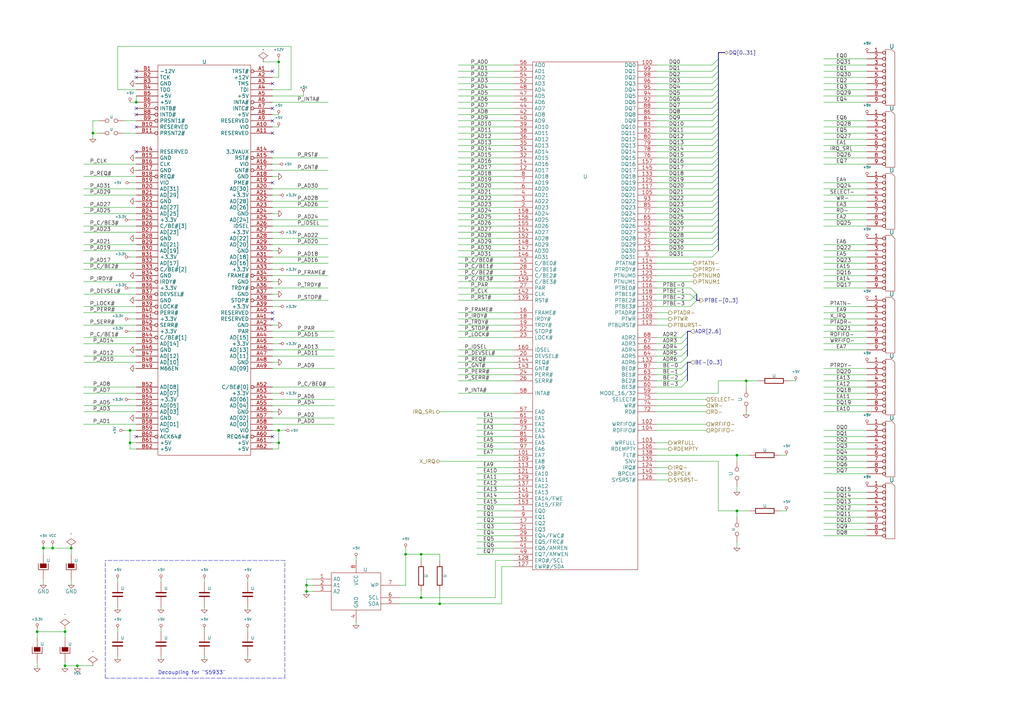
<source format=kicad_sch>
(kicad_sch (version 20220822) (generator eeschema)
  (paper "A3")
  (title_block (title "Video") (date "Sun 22 Mar 2015") (rev "2.0B") (company "Kicad EDA") (comment 1 "Interface Bus PCI"))
  (junction (at 26.67 273.05) (diameter 0.9144))
  (junction (at 125.73 242.57) (diameter 0.9144))
  (junction (at 302.26 209.55) (diameter 0.9144))
  (junction (at 114.3 25.4) (diameter 0.9144))
  (junction (at 38.1 54.61) (diameter 0.9144))
  (junction (at 180.34 247.65) (diameter 0.9144))
  (junction (at 31.75 273.05) (diameter 0.9144))
  (junction (at 53.34 181.61) (diameter 0.9144))
  (junction (at 29.21 224.79) (diameter 0.9144))
  (junction (at 114.3 181.61) (diameter 0.9144))
  (junction (at 302.26 186.69) (diameter 0.9144))
  (junction (at 172.72 227.33) (diameter 0.9144))
  (junction (at 26.67 259.08) (diameter 0.9144))
  (junction (at 55.88 41.91) (diameter 0.9144))
  (junction (at 17.78 224.79) (diameter 0.9144))
  (junction (at 53.34 176.53) (diameter 0.9144))
  (junction (at 166.37 227.33) (diameter 0.9144))
  (junction (at 306.07 156.21) (diameter 0.9144))
  (junction (at 125.73 240.03) (diameter 0.9144))
  (junction (at 114.3 176.53) (diameter 0.9144))
  (junction (at 15.24 259.08) (diameter 0.9144))
  (junction (at 21.59 224.79) (diameter 0.9144))
  (junction (at 172.72 245.11) (diameter 0.9144))
  (no_connect (at 55.88 44.45))
  (no_connect (at 55.88 52.07))
  (no_connect (at 111.76 54.61))
  (no_connect (at 111.76 62.23))
  (no_connect (at 111.76 49.53))
  (no_connect (at 111.76 44.45))
  (no_connect (at 111.76 34.29))
  (no_connect (at 111.76 29.21))
  (no_connect (at 111.76 128.27))
  (no_connect (at 111.76 74.93))
  (no_connect (at 55.88 62.23))
  (no_connect (at 55.88 31.75))
  (no_connect (at 55.88 179.07))
  (no_connect (at 55.88 46.99))
  (no_connect (at 111.76 179.07))
  (no_connect (at 111.76 130.81))
  (no_connect (at 55.88 29.21))
  (bus_entry (at 279.4 146.05) (size 2.54 -2.54) (stroke (width 0.1524)))
  (bus_entry (at 292.1 77.47) (size 2.54 -2.54) (stroke (width 0.1524)))
  (bus_entry (at 292.1 29.21) (size 2.54 -2.54) (stroke (width 0.1524)))
  (bus_entry (at 292.1 62.23) (size 2.54 -2.54) (stroke (width 0.1524)))
  (bus_entry (at 292.1 87.63) (size 2.54 -2.54) (stroke (width 0.1524)))
  (bus_entry (at 292.1 26.67) (size 2.54 -2.54) (stroke (width 0.1524)))
  (bus_entry (at 292.1 80.01) (size 2.54 -2.54) (stroke (width 0.1524)))
  (bus_entry (at 292.1 39.37) (size 2.54 -2.54) (stroke (width 0.1524)))
  (bus_entry (at 292.1 49.53) (size 2.54 -2.54) (stroke (width 0.1524)))
  (bus_entry (at 292.1 102.87) (size 2.54 -2.54) (stroke (width 0.1524)))
  (bus_entry (at 292.1 36.83) (size 2.54 -2.54) (stroke (width 0.1524)))
  (bus_entry (at 279.4 148.59) (size 2.54 -2.54) (stroke (width 0.1524)))
  (bus_entry (at 283.21 120.65) (size 2.54 2.54) (stroke (width 0.1524)))
  (bus_entry (at 292.1 52.07) (size 2.54 -2.54) (stroke (width 0.1524)))
  (bus_entry (at 279.4 140.97) (size 2.54 -2.54) (stroke (width 0.1524)))
  (bus_entry (at 292.1 34.29) (size 2.54 -2.54) (stroke (width 0.1524)))
  (bus_entry (at 292.1 82.55) (size 2.54 -2.54) (stroke (width 0.1524)))
  (bus_entry (at 292.1 46.99) (size 2.54 -2.54) (stroke (width 0.1524)))
  (bus_entry (at 279.4 151.13) (size 2.54 -2.54) (stroke (width 0.1524)))
  (bus_entry (at 283.21 118.11) (size 2.54 2.54) (stroke (width 0.1524)))
  (bus_entry (at 292.1 85.09) (size 2.54 -2.54) (stroke (width 0.1524)))
  (bus_entry (at 279.4 156.21) (size 2.54 -2.54) (stroke (width 0.1524)))
  (bus_entry (at 292.1 67.31) (size 2.54 -2.54) (stroke (width 0.1524)))
  (bus_entry (at 292.1 95.25) (size 2.54 -2.54) (stroke (width 0.1524)))
  (bus_entry (at 292.1 41.91) (size 2.54 -2.54) (stroke (width 0.1524)))
  (bus_entry (at 292.1 74.93) (size 2.54 -2.54) (stroke (width 0.1524)))
  (bus_entry (at 283.21 123.19) (size 2.54 -2.54) (stroke (width 0.1524)))
  (bus_entry (at 292.1 64.77) (size 2.54 -2.54) (stroke (width 0.1524)))
  (bus_entry (at 292.1 92.71) (size 2.54 -2.54) (stroke (width 0.1524)))
  (bus_entry (at 292.1 69.85) (size 2.54 -2.54) (stroke (width 0.1524)))
  (bus_entry (at 279.4 153.67) (size 2.54 -2.54) (stroke (width 0.1524)))
  (bus_entry (at 283.21 125.73) (size 2.54 -2.54) (stroke (width 0.1524)))
  (bus_entry (at 292.1 54.61) (size 2.54 -2.54) (stroke (width 0.1524)))
  (bus_entry (at 279.4 138.43) (size 2.54 -2.54) (stroke (width 0.1524)))
  (bus_entry (at 292.1 105.41) (size 2.54 -2.54) (stroke (width 0.1524)))
  (bus_entry (at 292.1 31.75) (size 2.54 -2.54) (stroke (width 0.1524)))
  (bus_entry (at 292.1 59.69) (size 2.54 -2.54) (stroke (width 0.1524)))
  (bus_entry (at 292.1 57.15) (size 2.54 -2.54) (stroke (width 0.1524)))
  (bus_entry (at 292.1 72.39) (size 2.54 -2.54) (stroke (width 0.1524)))
  (bus_entry (at 292.1 100.33) (size 2.54 -2.54) (stroke (width 0.1524)))
  (bus_entry (at 279.4 143.51) (size 2.54 -2.54) (stroke (width 0.1524)))
  (bus_entry (at 279.4 158.75) (size 2.54 -2.54) (stroke (width 0.1524)))
  (bus_entry (at 292.1 90.17) (size 2.54 -2.54) (stroke (width 0.1524)))
  (bus_entry (at 292.1 44.45) (size 2.54 -2.54) (stroke (width 0.1524)))
  (bus_entry (at 292.1 97.79) (size 2.54 -2.54) (stroke (width 0.1524)))
  (wire (pts (xy 337.82 189.23) (xy 355.6 189.23)))
  (wire (pts (xy 269.24 151.13) (xy 279.4 151.13)))
  (wire (pts (xy 337.82 138.43) (xy 355.6 138.43)))
  (wire (pts (xy 111.76 151.13) (xy 137.16 151.13)))
  (wire (pts (xy 269.24 173.99) (xy 289.56 173.99)))
  (wire (pts (xy 40.64 49.53) (xy 38.1 49.53)))
  (wire (pts (xy 48.26 248.92) (xy 48.26 250.19)))
  (wire (pts (xy 269.24 189.23) (xy 294.64 189.23)))
  (wire (pts (xy 195.58 191.77) (xy 210.82 191.77)))
  (wire (pts (xy 34.29 120.65) (xy 55.88 120.65)))
  (wire (pts (xy 114.3 24.13) (xy 114.3 25.4)))
  (wire (pts (xy 269.24 196.85) (xy 274.32 196.85)))
  (wire (pts (xy 187.96 80.01) (xy 210.82 80.01)))
  (wire (pts (xy 269.24 72.39) (xy 292.1 72.39)))
  (wire (pts (xy 337.82 179.07) (xy 355.6 179.07)))
  (bus (pts (xy 294.64 21.59) (xy 294.64 24.13)))
  (wire (pts (xy 29.21 237.49) (xy 29.21 240.03)))
  (wire (pts (xy 38.1 54.61) (xy 40.64 54.61)))
  (wire (pts (xy 203.2 245.11) (xy 203.2 229.87)))
  (wire (pts (xy 337.82 85.09) (xy 355.6 85.09)))
  (wire (pts (xy 337.82 52.07) (xy 355.6 52.07)))
  (wire (pts (xy 187.96 62.23) (xy 210.82 62.23)))
  (wire (pts (xy 17.78 224.79) (xy 17.78 227.33)))
  (wire (pts (xy 111.76 69.85) (xy 134.62 69.85)))
  (wire (pts (xy 111.76 41.91) (xy 134.62 41.91)))
  (wire (pts (xy 34.29 148.59) (xy 55.88 148.59)))
  (wire (pts (xy 26.67 259.08) (xy 26.67 261.62)))
  (wire (pts (xy 195.58 219.71) (xy 210.82 219.71)))
  (wire (pts (xy 111.76 72.39) (xy 114.3 72.39)))
  (wire (pts (xy 269.24 29.21) (xy 292.1 29.21)))
  (bus (pts (xy 281.94 148.59) (xy 281.94 151.13)))
  (wire (pts (xy 125.73 237.49) (xy 125.73 240.03)))
  (wire (pts (xy 302.26 186.69) (xy 307.34 186.69)))
  (wire (pts (xy 337.82 92.71) (xy 355.6 92.71)))
  (wire (pts (xy 195.58 196.85) (xy 210.82 196.85)))
  (wire (pts (xy 83.82 237.49) (xy 83.82 238.76)))
  (wire (pts (xy 337.82 204.47) (xy 355.6 204.47)))
  (wire (pts (xy 50.8 49.53) (xy 55.88 49.53)))
  (wire (pts (xy 111.76 100.33) (xy 134.62 100.33)))
  (bus (pts (xy 294.64 24.13) (xy 294.64 26.67)))
  (wire (pts (xy 34.29 115.57) (xy 55.88 115.57)))
  (wire (pts (xy 54.61 171.45) (xy 55.88 171.45)))
  (wire (pts (xy 107.95 25.4) (xy 114.3 25.4)))
  (wire (pts (xy 166.37 227.33) (xy 166.37 240.03)))
  (wire (pts (xy 337.82 57.15) (xy 355.6 57.15)))
  (wire (pts (xy 269.24 62.23) (xy 292.1 62.23)))
  (wire (pts (xy 34.29 72.39) (xy 55.88 72.39)))
  (wire (pts (xy 34.29 146.05) (xy 55.88 146.05)))
  (wire (pts (xy 187.96 54.61) (xy 210.82 54.61)))
  (wire (pts (xy 111.76 181.61) (xy 114.3 181.61)))
  (wire (pts (xy 101.6 257.81) (xy 101.6 259.08)))
  (wire (pts (xy 187.96 31.75) (xy 210.82 31.75)))
  (wire (pts (xy 187.96 113.03) (xy 210.82 113.03)))
  (wire (pts (xy 180.34 247.65) (xy 205.74 247.65)))
  (wire (pts (xy 187.96 105.41) (xy 210.82 105.41)))
  (wire (pts (xy 337.82 207.01) (xy 355.6 207.01)))
  (bus (pts (xy 294.64 34.29) (xy 294.64 36.83)))
  (wire (pts (xy 53.34 135.89) (xy 55.88 135.89)))
  (wire (pts (xy 302.26 199.39) (xy 302.26 201.93)))
  (wire (pts (xy 195.58 176.53) (xy 210.82 176.53)))
  (wire (pts (xy 187.96 64.77) (xy 210.82 64.77)))
  (wire (pts (xy 54.61 97.79) (xy 55.88 97.79)))
  (wire (pts (xy 111.76 80.01) (xy 114.3 80.01)))
  (wire (pts (xy 337.82 153.67) (xy 355.6 153.67)))
  (wire (pts (xy 337.82 59.69) (xy 355.6 59.69)))
  (wire (pts (xy 337.82 133.35) (xy 355.6 133.35)))
  (wire (pts (xy 337.82 143.51) (xy 355.6 143.51)))
  (wire (pts (xy 66.04 250.19) (xy 66.04 248.92)))
  (wire (pts (xy 55.88 151.13) (xy 54.61 151.13)))
  (wire (pts (xy 172.72 227.33) (xy 180.34 227.33)))
  (wire (pts (xy 111.76 36.83) (xy 119.38 36.83)))
  (wire (pts (xy 187.96 115.57) (xy 210.82 115.57)))
  (wire (pts (xy 187.96 52.07) (xy 210.82 52.07)))
  (wire (pts (xy 55.88 123.19) (xy 54.61 123.19)))
  (wire (pts (xy 34.29 138.43) (xy 55.88 138.43)))
  (wire (pts (xy 111.76 163.83) (xy 137.16 163.83)))
  (wire (pts (xy 269.24 181.61) (xy 274.32 181.61)))
  (wire (pts (xy 269.24 100.33) (xy 292.1 100.33)))
  (wire (pts (xy 337.82 191.77) (xy 355.6 191.77)))
  (bus (pts (xy 294.64 80.01) (xy 294.64 82.55)))
  (wire (pts (xy 195.58 201.93) (xy 210.82 201.93)))
  (wire (pts (xy 187.96 156.21) (xy 210.82 156.21)))
  (wire (pts (xy 66.04 257.81) (xy 66.04 259.08)))
  (bus (pts (xy 294.64 44.45) (xy 294.64 46.99)))
  (wire (pts (xy 111.76 123.19) (xy 134.62 123.19)))
  (wire (pts (xy 111.76 85.09) (xy 134.62 85.09)))
  (wire (pts (xy 294.64 161.29) (xy 294.64 156.21)))
  (wire (pts (xy 163.83 247.65) (xy 180.34 247.65)))
  (wire (pts (xy 21.59 223.52) (xy 21.59 224.79)))
  (polyline (pts (xy 43.18 278.13) (xy 116.84 278.13)) (stroke (width 0) (type dash)))
  (wire (pts (xy 337.82 41.91) (xy 355.6 41.91)))
  (wire (pts (xy 337.82 110.49) (xy 355.6 110.49)))
  (wire (pts (xy 337.82 135.89) (xy 355.6 135.89)))
  (wire (pts (xy 26.67 273.05) (xy 31.75 273.05)))
  (wire (pts (xy 55.88 39.37) (xy 55.88 41.91)))
  (wire (pts (xy 34.29 110.49) (xy 55.88 110.49)))
  (wire (pts (xy 306.07 156.21) (xy 311.15 156.21)))
  (wire (pts (xy 269.24 82.55) (xy 292.1 82.55)))
  (wire (pts (xy 53.34 130.81) (xy 55.88 130.81)))
  (wire (pts (xy 111.76 52.07) (xy 114.3 52.07)))
  (wire (pts (xy 187.96 123.19) (xy 210.82 123.19)))
  (wire (pts (xy 21.59 224.79) (xy 29.21 224.79)))
  (wire (pts (xy 111.76 118.11) (xy 134.62 118.11)))
  (wire (pts (xy 210.82 229.87) (xy 203.2 229.87)))
  (wire (pts (xy 111.76 95.25) (xy 114.3 95.25)))
  (wire (pts (xy 125.73 240.03) (xy 125.73 242.57)))
  (wire (pts (xy 166.37 224.79) (xy 166.37 227.33)))
  (wire (pts (xy 323.85 156.21) (xy 326.39 156.21)))
  (bus (pts (xy 281.94 143.51) (xy 281.94 146.05)))
  (wire (pts (xy 269.24 128.27) (xy 274.32 128.27)))
  (wire (pts (xy 337.82 82.55) (xy 355.6 82.55)))
  (wire (pts (xy 111.76 138.43) (xy 137.16 138.43)))
  (wire (pts (xy 111.76 115.57) (xy 114.3 115.57)))
  (wire (pts (xy 34.29 95.25) (xy 55.88 95.25)))
  (wire (pts (xy 34.29 161.29) (xy 55.88 161.29)))
  (wire (pts (xy 337.82 49.53) (xy 355.6 49.53)))
  (wire (pts (xy 34.29 102.87) (xy 55.88 102.87)))
  (wire (pts (xy 111.76 87.63) (xy 114.3 87.63)))
  (wire (pts (xy 269.24 59.69) (xy 292.1 59.69)))
  (wire (pts (xy 269.24 107.95) (xy 284.48 107.95)))
  (wire (pts (xy 337.82 64.77) (xy 355.6 64.77)))
  (wire (pts (xy 48.26 19.05) (xy 119.38 19.05)))
  (wire (pts (xy 269.24 140.97) (xy 279.4 140.97)))
  (wire (pts (xy 269.24 148.59) (xy 279.4 148.59)))
  (bus (pts (xy 294.64 77.47) (xy 294.64 80.01)))
  (wire (pts (xy 269.24 54.61) (xy 292.1 54.61)))
  (bus (pts (xy 287.02 123.19) (xy 285.75 123.19)))
  (wire (pts (xy 302.26 186.69) (xy 302.26 189.23)))
  (wire (pts (xy 187.96 59.69) (xy 210.82 59.69)))
  (wire (pts (xy 269.24 168.91) (xy 289.56 168.91)))
  (wire (pts (xy 337.82 156.21) (xy 355.6 156.21)))
  (wire (pts (xy 195.58 224.79) (xy 210.82 224.79)))
  (wire (pts (xy 111.76 173.99) (xy 137.16 173.99)))
  (bus (pts (xy 294.64 90.17) (xy 294.64 92.71)))
  (wire (pts (xy 114.3 176.53) (xy 114.3 181.61)))
  (wire (pts (xy 269.24 118.11) (xy 283.21 118.11)))
  (wire (pts (xy 187.96 130.81) (xy 210.82 130.81)))
  (wire (pts (xy 34.29 168.91) (xy 55.88 168.91)))
  (wire (pts (xy 187.96 100.33) (xy 210.82 100.33)))
  (wire (pts (xy 302.26 222.25) (xy 302.26 224.79)))
  (wire (pts (xy 34.29 100.33) (xy 55.88 100.33)))
  (wire (pts (xy 111.76 46.99) (xy 114.3 46.99)))
  (wire (pts (xy 269.24 77.47) (xy 292.1 77.47)))
  (wire (pts (xy 269.24 67.31) (xy 292.1 67.31)))
  (wire (pts (xy 195.58 204.47) (xy 210.82 204.47)))
  (wire (pts (xy 55.88 34.29) (xy 54.61 34.29)))
  (bus (pts (xy 294.64 85.09) (xy 294.64 87.63)))
  (wire (pts (xy 34.29 107.95) (xy 55.88 107.95)))
  (wire (pts (xy 187.96 29.21) (xy 210.82 29.21)))
  (wire (pts (xy 187.96 85.09) (xy 210.82 85.09)))
  (wire (pts (xy 53.34 184.15) (xy 55.88 184.15)))
  (wire (pts (xy 269.24 57.15) (xy 292.1 57.15)))
  (wire (pts (xy 34.29 140.97) (xy 55.88 140.97)))
  (wire (pts (xy 111.76 82.55) (xy 134.62 82.55)))
  (wire (pts (xy 269.24 87.63) (xy 292.1 87.63)))
  (wire (pts (xy 48.26 269.24) (xy 48.26 270.51)))
  (wire (pts (xy 125.73 242.57) (xy 125.73 243.84)))
  (wire (pts (xy 187.96 49.53) (xy 210.82 49.53)))
  (wire (pts (xy 337.82 214.63) (xy 355.6 214.63)))
  (wire (pts (xy 53.34 118.11) (xy 55.88 118.11)))
  (wire (pts (xy 111.76 113.03) (xy 134.62 113.03)))
  (wire (pts (xy 54.61 82.55) (xy 55.88 82.55)))
  (bus (pts (xy 294.64 54.61) (xy 294.64 57.15)))
  (wire (pts (xy 269.24 138.43) (xy 279.4 138.43)))
  (wire (pts (xy 269.24 163.83) (xy 289.56 163.83)))
  (wire (pts (xy 125.73 237.49) (xy 128.27 237.49)))
  (wire (pts (xy 187.96 97.79) (xy 210.82 97.79)))
  (wire (pts (xy 205.74 247.65) (xy 205.74 232.41)))
  (wire (pts (xy 187.96 146.05) (xy 210.82 146.05)))
  (wire (pts (xy 210.82 232.41) (xy 205.74 232.41)))
  (wire (pts (xy 195.58 179.07) (xy 210.82 179.07)))
  (bus (pts (xy 294.64 82.55) (xy 294.64 85.09)))
  (wire (pts (xy 66.04 238.76) (xy 66.04 237.49)))
  (wire (pts (xy 269.24 64.77) (xy 292.1 64.77)))
  (wire (pts (xy 187.96 26.67) (xy 210.82 26.67)))
  (wire (pts (xy 187.96 44.45) (xy 210.82 44.45)))
  (wire (pts (xy 269.24 36.83) (xy 292.1 36.83)))
  (wire (pts (xy 111.76 67.31) (xy 114.3 67.31)))
  (wire (pts (xy 187.96 128.27) (xy 210.82 128.27)))
  (wire (pts (xy 337.82 67.31) (xy 355.6 67.31)))
  (bus (pts (xy 294.64 52.07) (xy 294.64 54.61)))
  (wire (pts (xy 111.76 102.87) (xy 114.3 102.87)))
  (wire (pts (xy 337.82 125.73) (xy 355.6 125.73)))
  (wire (pts (xy 187.96 87.63) (xy 210.82 87.63)))
  (wire (pts (xy 111.76 176.53) (xy 114.3 176.53)))
  (wire (pts (xy 50.8 176.53) (xy 53.34 176.53)))
  (wire (pts (xy 180.34 189.23) (xy 210.82 189.23)))
  (wire (pts (xy 187.96 138.43) (xy 210.82 138.43)))
  (wire (pts (xy 187.96 110.49) (xy 210.82 110.49)))
  (wire (pts (xy 187.96 72.39) (xy 210.82 72.39)))
  (wire (pts (xy 195.58 171.45) (xy 210.82 171.45)))
  (wire (pts (xy 337.82 163.83) (xy 355.6 163.83)))
  (wire (pts (xy 269.24 191.77) (xy 274.32 191.77)))
  (wire (pts (xy 269.24 161.29) (xy 294.64 161.29)))
  (bus (pts (xy 294.64 57.15) (xy 294.64 59.69)))
  (wire (pts (xy 34.29 133.35) (xy 55.88 133.35)))
  (wire (pts (xy 187.96 143.51) (xy 210.82 143.51)))
  (wire (pts (xy 101.6 237.49) (xy 101.6 238.76)))
  (wire (pts (xy 195.58 222.25) (xy 210.82 222.25)))
  (wire (pts (xy 320.04 209.55) (xy 322.58 209.55)))
  (wire (pts (xy 269.24 41.91) (xy 292.1 41.91)))
  (wire (pts (xy 187.96 74.93) (xy 210.82 74.93)))
  (wire (pts (xy 55.88 113.03) (xy 54.61 113.03)))
  (wire (pts (xy 111.76 133.35) (xy 114.3 133.35)))
  (wire (pts (xy 172.72 227.33) (xy 172.72 229.87)))
  (wire (pts (xy 269.24 92.71) (xy 292.1 92.71)))
  (wire (pts (xy 195.58 181.61) (xy 210.82 181.61)))
  (wire (pts (xy 166.37 240.03) (xy 163.83 240.03)))
  (wire (pts (xy 187.96 148.59) (xy 210.82 148.59)))
  (wire (pts (xy 195.58 186.69) (xy 210.82 186.69)))
  (wire (pts (xy 55.88 36.83) (xy 48.26 36.83)))
  (wire (pts (xy 187.96 95.25) (xy 210.82 95.25)))
  (wire (pts (xy 54.61 143.51) (xy 55.88 143.51)))
  (wire (pts (xy 269.24 194.31) (xy 274.32 194.31)))
  (wire (pts (xy 34.29 173.99) (xy 55.88 173.99)))
  (wire (pts (xy 269.24 123.19) (xy 283.21 123.19)))
  (bus (pts (xy 294.64 67.31) (xy 294.64 69.85)))
  (wire (pts (xy 53.34 74.93) (xy 55.88 74.93)))
  (wire (pts (xy 187.96 46.99) (xy 210.82 46.99)))
  (wire (pts (xy 337.82 140.97) (xy 355.6 140.97)))
  (bus (pts (xy 294.64 31.75) (xy 294.64 34.29)))
  (bus (pts (xy 294.64 92.71) (xy 294.64 95.25)))
  (bus (pts (xy 281.94 148.59) (xy 283.21 148.59)))
  (wire (pts (xy 53.34 105.41) (xy 55.88 105.41)))
  (wire (pts (xy 180.34 227.33) (xy 180.34 229.87)))
  (wire (pts (xy 101.6 269.24) (xy 101.6 270.51)))
  (wire (pts (xy 111.76 92.71) (xy 134.62 92.71)))
  (wire (pts (xy 195.58 184.15) (xy 210.82 184.15)))
  (wire (pts (xy 269.24 97.79) (xy 292.1 97.79)))
  (wire (pts (xy 269.24 34.29) (xy 292.1 34.29)))
  (wire (pts (xy 195.58 207.01) (xy 210.82 207.01)))
  (wire (pts (xy 195.58 217.17) (xy 210.82 217.17)))
  (bus (pts (xy 281.94 140.97) (xy 281.94 143.51)))
  (wire (pts (xy 48.26 257.81) (xy 48.26 259.08)))
  (bus (pts (xy 294.64 49.53) (xy 294.64 52.07)))
  (wire (pts (xy 337.82 161.29) (xy 355.6 161.29)))
  (wire (pts (xy 15.24 257.81) (xy 15.24 259.08)))
  (wire (pts (xy 195.58 199.39) (xy 210.82 199.39)))
  (wire (pts (xy 195.58 214.63) (xy 210.82 214.63)))
  (wire (pts (xy 269.24 39.37) (xy 292.1 39.37)))
  (wire (pts (xy 337.82 31.75) (xy 355.6 31.75)))
  (wire (pts (xy 26.67 273.05) (xy 26.67 274.32)))
  (wire (pts (xy 31.75 273.05) (xy 31.75 274.32)))
  (wire (pts (xy 269.24 166.37) (xy 289.56 166.37)))
  (wire (pts (xy 306.07 156.21) (xy 306.07 158.75)))
  (wire (pts (xy 269.24 69.85) (xy 292.1 69.85)))
  (wire (pts (xy 269.24 95.25) (xy 292.1 95.25)))
  (bus (pts (xy 294.64 72.39) (xy 294.64 74.93)))
  (wire (pts (xy 111.76 171.45) (xy 137.16 171.45)))
  (wire (pts (xy 111.76 158.75) (xy 137.16 158.75)))
  (wire (pts (xy 269.24 44.45) (xy 292.1 44.45)))
  (wire (pts (xy 269.24 153.67) (xy 279.4 153.67)))
  (wire (pts (xy 83.82 250.19) (xy 83.82 248.92)))
  (wire (pts (xy 166.37 227.33) (xy 172.72 227.33)))
  (wire (pts (xy 337.82 24.13) (xy 355.6 24.13)))
  (bus (pts (xy 294.64 36.83) (xy 294.64 39.37)))
  (bus (pts (xy 285.75 123.19) (xy 285.75 120.65)))
  (wire (pts (xy 187.96 41.91) (xy 210.82 41.91)))
  (wire (pts (xy 34.29 77.47) (xy 55.88 77.47)))
  (bus (pts (xy 294.64 29.21) (xy 294.64 31.75)))
  (wire (pts (xy 187.96 39.37) (xy 210.82 39.37)))
  (bus (pts (xy 294.64 64.77) (xy 294.64 67.31)))
  (wire (pts (xy 187.96 34.29) (xy 210.82 34.29)))
  (bus (pts (xy 294.64 97.79) (xy 294.64 100.33)))
  (wire (pts (xy 111.76 143.51) (xy 137.16 143.51)))
  (wire (pts (xy 180.34 168.91) (xy 210.82 168.91)))
  (bus (pts (xy 294.64 87.63) (xy 294.64 90.17)))
  (bus (pts (xy 281.94 151.13) (xy 281.94 153.67)))
  (wire (pts (xy 15.24 259.08) (xy 26.67 259.08)))
  (wire (pts (xy 269.24 158.75) (xy 279.4 158.75)))
  (wire (pts (xy 187.96 92.71) (xy 210.82 92.71)))
  (wire (pts (xy 146.05 228.6) (xy 146.05 229.87)))
  (wire (pts (xy 294.64 189.23) (xy 294.64 209.55)))
  (wire (pts (xy 187.96 67.31) (xy 210.82 67.31)))
  (wire (pts (xy 269.24 130.81) (xy 274.32 130.81)))
  (wire (pts (xy 337.82 107.95) (xy 355.6 107.95)))
  (wire (pts (xy 337.82 158.75) (xy 355.6 158.75)))
  (wire (pts (xy 15.24 271.78) (xy 15.24 274.32)))
  (wire (pts (xy 269.24 90.17) (xy 292.1 90.17)))
  (wire (pts (xy 34.29 158.75) (xy 55.88 158.75)))
  (wire (pts (xy 114.3 25.4) (xy 114.3 31.75)))
  (wire (pts (xy 111.76 39.37) (xy 124.46 39.37)))
  (wire (pts (xy 337.82 194.31) (xy 355.6 194.31)))
  (bus (pts (xy 281.94 153.67) (xy 281.94 156.21)))
  (wire (pts (xy 337.82 100.33) (xy 355.6 100.33)))
  (wire (pts (xy 111.76 64.77) (xy 134.62 64.77)))
  (wire (pts (xy 34.29 125.73) (xy 55.88 125.73)))
  (wire (pts (xy 269.24 113.03) (xy 284.48 113.03)))
  (wire (pts (xy 337.82 105.41) (xy 355.6 105.41)))
  (wire (pts (xy 146.05 255.27) (xy 146.05 256.54)))
  (wire (pts (xy 269.24 105.41) (xy 292.1 105.41)))
  (wire (pts (xy 306.07 170.18) (xy 306.07 168.91)))
  (wire (pts (xy 34.29 92.71) (xy 55.88 92.71)))
  (wire (pts (xy 163.83 245.11) (xy 172.72 245.11)))
  (wire (pts (xy 269.24 26.67) (xy 292.1 26.67)))
  (wire (pts (xy 34.29 80.01) (xy 55.88 80.01)))
  (wire (pts (xy 119.38 36.83) (xy 119.38 19.05)))
  (wire (pts (xy 53.34 176.53) (xy 53.34 181.61)))
  (wire (pts (xy 187.96 90.17) (xy 210.82 90.17)))
  (wire (pts (xy 187.96 151.13) (xy 210.82 151.13)))
  (wire (pts (xy 111.76 77.47) (xy 134.62 77.47)))
  (wire (pts (xy 269.24 85.09) (xy 292.1 85.09)))
  (wire (pts (xy 269.24 110.49) (xy 284.48 110.49)))
  (wire (pts (xy 26.67 257.81) (xy 26.67 259.08)))
  (wire (pts (xy 172.72 245.11) (xy 203.2 245.11)))
  (wire (pts (xy 269.24 74.93) (xy 292.1 74.93)))
  (wire (pts (xy 187.96 118.11) (xy 210.82 118.11)))
  (wire (pts (xy 337.82 212.09) (xy 355.6 212.09)))
  (bus (pts (xy 281.94 138.43) (xy 281.94 140.97)))
  (bus (pts (xy 294.64 62.23) (xy 294.64 64.77)))
  (wire (pts (xy 114.3 176.53) (xy 116.84 176.53)))
  (wire (pts (xy 34.29 85.09) (xy 55.88 85.09)))
  (wire (pts (xy 29.21 224.79) (xy 29.21 227.33)))
  (wire (pts (xy 111.76 146.05) (xy 137.16 146.05)))
  (bus (pts (xy 294.64 21.59) (xy 297.18 21.59)))
  (wire (pts (xy 125.73 240.03) (xy 128.27 240.03)))
  (wire (pts (xy 111.76 166.37) (xy 137.16 166.37)))
  (wire (pts (xy 269.24 143.51) (xy 279.4 143.51)))
  (wire (pts (xy 337.82 102.87) (xy 355.6 102.87)))
  (bus (pts (xy 281.94 135.89) (xy 281.94 138.43)))
  (wire (pts (xy 66.04 269.24) (xy 66.04 270.51)))
  (wire (pts (xy 187.96 107.95) (xy 210.82 107.95)))
  (bus (pts (xy 294.64 74.93) (xy 294.64 77.47)))
  (wire (pts (xy 55.88 41.91) (xy 53.34 41.91)))
  (wire (pts (xy 111.76 125.73) (xy 114.3 125.73)))
  (bus (pts (xy 294.64 39.37) (xy 294.64 41.91)))
  (wire (pts (xy 269.24 80.01) (xy 292.1 80.01)))
  (wire (pts (xy 111.76 110.49) (xy 114.3 110.49)))
  (wire (pts (xy 180.34 242.57) (xy 180.34 247.65)))
  (wire (pts (xy 269.24 186.69) (xy 302.26 186.69)))
  (wire (pts (xy 195.58 173.99) (xy 210.82 173.99)))
  (wire (pts (xy 15.24 259.08) (xy 15.24 261.62)))
  (wire (pts (xy 53.34 176.53) (xy 55.88 176.53)))
  (polyline (pts (xy 116.84 229.87) (xy 43.18 229.87)) (stroke (width 0) (type dash)))
  (wire (pts (xy 337.82 29.21) (xy 355.6 29.21)))
  (wire (pts (xy 337.82 62.23) (xy 355.6 62.23)))
  (wire (pts (xy 187.96 120.65) (xy 210.82 120.65)))
  (wire (pts (xy 337.82 128.27) (xy 355.6 128.27)))
  (wire (pts (xy 187.96 102.87) (xy 210.82 102.87)))
  (wire (pts (xy 83.82 269.24) (xy 83.82 270.51)))
  (wire (pts (xy 269.24 156.21) (xy 279.4 156.21)))
  (wire (pts (xy 187.96 135.89) (xy 210.82 135.89)))
  (wire (pts (xy 269.24 133.35) (xy 274.32 133.35)))
  (wire (pts (xy 269.24 102.87) (xy 292.1 102.87)))
  (wire (pts (xy 337.82 166.37) (xy 355.6 166.37)))
  (wire (pts (xy 83.82 259.08) (xy 83.82 257.81)))
  (wire (pts (xy 34.29 166.37) (xy 55.88 166.37)))
  (wire (pts (xy 269.24 52.07) (xy 292.1 52.07)))
  (wire (pts (xy 187.96 153.67) (xy 210.82 153.67)))
  (wire (pts (xy 337.82 74.93) (xy 355.6 74.93)))
  (wire (pts (xy 195.58 209.55) (xy 210.82 209.55)))
  (wire (pts (xy 114.3 184.15) (xy 111.76 184.15)))
  (wire (pts (xy 337.82 113.03) (xy 355.6 113.03)))
  (wire (pts (xy 187.96 57.15) (xy 210.82 57.15)))
  (wire (pts (xy 48.26 36.83) (xy 48.26 19.05)))
  (wire (pts (xy 337.82 118.11) (xy 355.6 118.11)))
  (wire (pts (xy 337.82 39.37) (xy 355.6 39.37)))
  (wire (pts (xy 187.96 69.85) (xy 210.82 69.85)))
  (wire (pts (xy 38.1 49.53) (xy 38.1 54.61)))
  (wire (pts (xy 195.58 212.09) (xy 210.82 212.09)))
  (wire (pts (xy 269.24 146.05) (xy 279.4 146.05)))
  (wire (pts (xy 302.26 209.55) (xy 302.26 212.09)))
  (wire (pts (xy 337.82 77.47) (xy 355.6 77.47)))
  (wire (pts (xy 125.73 242.57) (xy 128.27 242.57)))
  (wire (pts (xy 294.64 209.55) (xy 302.26 209.55)))
  (wire (pts (xy 111.76 135.89) (xy 137.16 135.89)))
  (wire (pts (xy 269.24 46.99) (xy 292.1 46.99)))
  (wire (pts (xy 187.96 77.47) (xy 210.82 77.47)))
  (wire (pts (xy 111.76 161.29) (xy 114.3 161.29)))
  (wire (pts (xy 53.34 181.61) (xy 53.34 184.15)))
  (wire (pts (xy 124.46 39.37) (xy 124.46 38.1)))
  (wire (pts (xy 111.76 168.91) (xy 114.3 168.91)))
  (bus (pts (xy 294.64 69.85) (xy 294.64 72.39)))
  (wire (pts (xy 111.76 107.95) (xy 134.62 107.95)))
  (wire (pts (xy 101.6 250.19) (xy 101.6 248.92)))
  (wire (pts (xy 337.82 186.69) (xy 355.6 186.69)))
  (wire (pts (xy 269.24 125.73) (xy 283.21 125.73)))
  (wire (pts (xy 337.82 184.15) (xy 355.6 184.15)))
  (wire (pts (xy 111.76 90.17) (xy 134.62 90.17)))
  (wire (pts (xy 195.58 194.31) (xy 210.82 194.31)))
  (polyline (pts (xy 116.84 278.13) (xy 116.84 229.87)) (stroke (width 0) (type dash)))
  (wire (pts (xy 320.04 186.69) (xy 322.58 186.69)))
  (wire (pts (xy 54.61 69.85) (xy 55.88 69.85)))
  (wire (pts (xy 195.58 227.33) (xy 210.82 227.33)))
  (wire (pts (xy 17.78 237.49) (xy 17.78 240.03)))
  (wire (pts (xy 294.64 156.21) (xy 306.07 156.21)))
  (wire (pts (xy 114.3 31.75) (xy 111.76 31.75)))
  (wire (pts (xy 269.24 184.15) (xy 274.32 184.15)))
  (polyline (pts (xy 43.18 278.13) (xy 43.18 229.87)) (stroke (width 0) (type dash)))
  (wire (pts (xy 337.82 80.01) (xy 355.6 80.01)))
  (wire (pts (xy 337.82 181.61) (xy 355.6 181.61)))
  (wire (pts (xy 34.29 128.27) (xy 55.88 128.27)))
  (wire (pts (xy 53.34 163.83) (xy 55.88 163.83)))
  (bus (pts (xy 294.64 59.69) (xy 294.64 62.23)))
  (wire (pts (xy 111.76 120.65) (xy 114.3 120.65)))
  (wire (pts (xy 31.75 273.05) (xy 38.1 273.05)))
  (wire (pts (xy 55.88 64.77) (xy 54.61 64.77)))
  (wire (pts (xy 17.78 224.79) (xy 21.59 224.79)))
  (wire (pts (xy 269.24 120.65) (xy 283.21 120.65)))
  (wire (pts (xy 111.76 97.79) (xy 134.62 97.79)))
  (bus (pts (xy 294.64 26.67) (xy 294.64 29.21)))
  (bus (pts (xy 294.64 100.33) (xy 294.64 102.87)))
  (wire (pts (xy 337.82 168.91) (xy 355.6 168.91)))
  (wire (pts (xy 337.82 176.53) (xy 355.6 176.53)))
  (wire (pts (xy 111.76 148.59) (xy 114.3 148.59)))
  (wire (pts (xy 337.82 151.13) (xy 355.6 151.13)))
  (wire (pts (xy 337.82 34.29) (xy 355.6 34.29)))
  (wire (pts (xy 34.29 87.63) (xy 55.88 87.63)))
  (bus (pts (xy 294.64 41.91) (xy 294.64 44.45)))
  (wire (pts (xy 38.1 54.61) (xy 38.1 57.15)))
  (wire (pts (xy 34.29 67.31) (xy 55.88 67.31)))
  (wire (pts (xy 187.96 36.83) (xy 210.82 36.83)))
  (wire (pts (xy 53.34 181.61) (xy 55.88 181.61)))
  (wire (pts (xy 48.26 237.49) (xy 48.26 238.76)))
  (wire (pts (xy 269.24 49.53) (xy 292.1 49.53)))
  (wire (pts (xy 53.34 90.17) (xy 55.88 90.17)))
  (wire (pts (xy 337.82 201.93) (xy 355.6 201.93)))
  (wire (pts (xy 337.82 130.81) (xy 355.6 130.81)))
  (wire (pts (xy 337.82 90.17) (xy 355.6 90.17)))
  (wire (pts (xy 337.82 219.71) (xy 355.6 219.71)))
  (wire (pts (xy 187.96 161.29) (xy 210.82 161.29)))
  (wire (pts (xy 111.76 105.41) (xy 134.62 105.41)))
  (wire (pts (xy 187.96 82.55) (xy 210.82 82.55)))
  (wire (pts (xy 337.82 36.83) (xy 355.6 36.83)))
  (wire (pts (xy 114.3 181.61) (xy 114.3 184.15)))
  (bus (pts (xy 281.94 135.89) (xy 283.21 135.89)))
  (wire (pts (xy 269.24 115.57) (xy 284.48 115.57)))
  (wire (pts (xy 302.26 209.55) (xy 307.34 209.55)))
  (wire (pts (xy 337.82 217.17) (xy 355.6 217.17)))
  (wire (pts (xy 111.76 140.97) (xy 114.3 140.97)))
  (wire (pts (xy 269.24 31.75) (xy 292.1 31.75)))
  (wire (pts (xy 337.82 115.57) (xy 355.6 115.57)))
  (wire (pts (xy 337.82 54.61) (xy 355.6 54.61)))
  (wire (pts (xy 17.78 223.52) (xy 17.78 224.79)))
  (wire (pts (xy 337.82 26.67) (xy 355.6 26.67)))
  (wire (pts (xy 337.82 209.55) (xy 355.6 209.55)))
  (wire (pts (xy 26.67 271.78) (xy 26.67 273.05)))
  (wire (pts (xy 172.72 242.57) (xy 172.72 245.11)))
  (wire (pts (xy 187.96 133.35) (xy 210.82 133.35)))
  (wire (pts (xy 50.8 54.61) (xy 55.88 54.61)))
  (bus (pts (xy 294.64 46.99) (xy 294.64 49.53)))
  (wire (pts (xy 337.82 87.63) (xy 355.6 87.63)))
  (wire (pts (xy 269.24 176.53) (xy 289.56 176.53)))
  (bus (pts (xy 294.64 95.25) (xy 294.64 97.79)))
  (text "Decoupling for \"S5933\"" (at 64.77 276.86 0) (effects (font (size 1.524 1.524)) (justify left bottom)))
  (label "EA6" (at 342.9 100.33 0) (effects (font (size 1.524 1.524))))
  (label "PTBE-1" (at 271.78 120.65 0) (effects (font (size 1.524 1.524))))
  (label "EA12" (at 198.12 199.39 0) (effects (font (size 1.524 1.524))))
  (label "P_AD23" (at 193.04 85.09 0) (effects (font (size 1.524 1.524))))
  (label "DQ11" (at 342.9 212.09 0) (effects (font (size 1.524 1.524))))
  (label "P_AD26" (at 193.04 92.71 0) (effects (font (size 1.524 1.524))))
  (label "P_C/BE0#" (at 121.92 158.75 0) (effects (font (size 1.524 1.524))))
  (label "P_IDSEL" (at 121.92 92.71 0) (effects (font (size 1.524 1.524))))
  (label "P_AD0" (at 121.92 173.99 0) (effects (font (size 1.524 1.524))))
  (label "P_AD22" (at 193.04 82.55 0) (effects (font (size 1.524 1.524))))
  (label "P_IRDY#" (at 190.5 130.81 0) (effects (font (size 1.524 1.524))))
  (label "DQ8" (at 342.9 219.71 0) (effects (font (size 1.524 1.524))))
  (label "P_AD13" (at 193.04 59.69 0) (effects (font (size 1.524 1.524))))
  (label "EA9" (at 342.9 128.27 0) (effects (font (size 1.524 1.524))))
  (label "P_AD7" (at 38.1 161.29 0) (effects (font (size 1.524 1.524))))
  (label "DQ1" (at 274.32 29.21 0) (effects (font (size 1.524 1.524))))
  (label "EA10" (at 342.9 168.91 0) (effects (font (size 1.524 1.524))))
  (label "DQ30" (at 274.32 102.87 0) (effects (font (size 1.524 1.524))))
  (label "DQ31" (at 274.32 105.41 0) (effects (font (size 1.524 1.524))))
  (label "EA14" (at 342.9 115.57 0) (effects (font (size 1.524 1.524))))
  (label "P_AD30" (at 121.92 77.47 0) (effects (font (size 1.524 1.524))))
  (label "P_AD11" (at 121.92 146.05 0) (effects (font (size 1.524 1.524))))
  (label "DQ0" (at 342.9 176.53 0) (effects (font (size 1.524 1.524))))
  (label "EQ0" (at 342.9 24.13 0) (effects (font (size 1.524 1.524))))
  (label "EQ7" (at 198.12 227.33 0) (effects (font (size 1.524 1.524))))
  (label "P_AD2" (at 121.92 171.45 0) (effects (font (size 1.524 1.524))))
  (label "P_CLK" (at 193.04 120.65 0) (effects (font (size 1.524 1.524))))
  (label "BE-0" (at 271.78 151.13 0) (effects (font (size 1.524 1.524))))
  (label "EQ5" (at 198.12 222.25 0) (effects (font (size 1.524 1.524))))
  (label "EA1" (at 342.9 59.69 0) (effects (font (size 1.524 1.524))))
  (label "DQ12" (at 274.32 57.15 0) (effects (font (size 1.524 1.524))))
  (label "EQ4" (at 198.12 219.71 0) (effects (font (size 1.524 1.524))))
  (label "DQ16" (at 274.32 67.31 0) (effects (font (size 1.524 1.524))))
  (label "P_AD4" (at 121.92 166.37 0) (effects (font (size 1.524 1.524))))
  (label "P_TRDY#" (at 121.92 118.11 0) (effects (font (size 1.524 1.524))))
  (label "P_CLK" (at 36.83 67.31 0) (effects (font (size 1.524 1.524))))
  (label "EA2" (at 342.9 90.17 0) (effects (font (size 1.524 1.524))))
  (label "DQ3" (at 342.9 184.15 0) (effects (font (size 1.524 1.524))))
  (label "DQ17" (at 342.9 118.11 0) (effects (font (size 1.524 1.524))))
  (label "P_INTA#" (at 121.92 41.91 0) (effects (font (size 1.524 1.524))))
  (label "ADR4" (at 271.78 143.51 0) (effects (font (size 1.524 1.524))))
  (label "EA12" (at 342.9 158.75 0) (effects (font (size 1.524 1.524))))
  (label "ADR5" (at 271.78 146.05 0) (effects (font (size 1.524 1.524))))
  (label "DQ7" (at 342.9 194.31 0) (effects (font (size 1.524 1.524))))
  (label "EQ2" (at 342.9 34.29 0) (effects (font (size 1.524 1.524))))
  (label "RD-" (at 342.9 87.63 0) (effects (font (size 1.524 1.524))))
  (label "DQ25" (at 342.9 92.71 0) (effects (font (size 1.524 1.524))))
  (label "DQ4" (at 274.32 36.83 0) (effects (font (size 1.524 1.524))))
  (label "DQ26" (at 342.9 64.77 0) (effects (font (size 1.524 1.524))))
  (label "PTADR-" (at 340.36 133.35 0) (effects (font (size 1.524 1.524))))
  (label "P_SERR#" (at 190.5 156.21 0) (effects (font (size 1.524 1.524))))
  (label "P_C/BE1#" (at 36.83 138.43 0) (effects (font (size 1.524 1.524))))
  (label "P_AD24" (at 121.92 90.17 0) (effects (font (size 1.524 1.524))))
  (label "EQ3" (at 342.9 36.83 0) (effects (font (size 1.524 1.524))))
  (label "DQ23" (at 342.9 107.95 0) (effects (font (size 1.524 1.524))))
  (label "EA2" (at 198.12 173.99 0) (effects (font (size 1.524 1.524))))
  (label "P_AD4" (at 193.04 36.83 0) (effects (font (size 1.524 1.524))))
  (label "P_AD16" (at 193.04 67.31 0) (effects (font (size 1.524 1.524))))
  (label "EA5" (at 198.12 181.61 0) (effects (font (size 1.524 1.524))))
  (label "DQ10" (at 274.32 52.07 0) (effects (font (size 1.524 1.524))))
  (label "DQ9" (at 342.9 217.17 0) (effects (font (size 1.524 1.524))))
  (label "P_FRAME#" (at 190.5 128.27 0) (effects (font (size 1.524 1.524))))
  (label "DQ15" (at 342.9 201.93 0) (effects (font (size 1.524 1.524))))
  (label "P_AD12" (at 38.1 146.05 0) (effects (font (size 1.524 1.524))))
  (label "DQ8" (at 274.32 46.99 0) (effects (font (size 1.524 1.524))))
  (label "DQ15" (at 274.32 64.77 0) (effects (font (size 1.524 1.524))))
  (label "P_C/BE2#" (at 190.5 113.03 0) (effects (font (size 1.524 1.524))))
  (label "EQ6" (at 198.12 224.79 0) (effects (font (size 1.524 1.524))))
  (label "P_AD17" (at 36.83 107.95 0) (effects (font (size 1.524 1.524))))
  (label "DQ19" (at 342.9 166.37 0) (effects (font (size 1.524 1.524))))
  (label "DQ16" (at 342.9 113.03 0) (effects (font (size 1.524 1.524))))
  (label "DQ13" (at 342.9 207.01 0) (effects (font (size 1.524 1.524))))
  (label "P_AD15" (at 121.92 138.43 0) (effects (font (size 1.524 1.524))))
  (label "P_AD28" (at 193.04 97.79 0) (effects (font (size 1.524 1.524))))
  (label "P_IRDY#" (at 36.83 115.57 0) (effects (font (size 1.524 1.524))))
  (label "P_AD14" (at 38.1 140.97 0) (effects (font (size 1.524 1.524))))
  (label "DQ19" (at 274.32 74.93 0) (effects (font (size 1.524 1.524))))
  (label "DQ26" (at 274.32 92.71 0) (effects (font (size 1.524 1.524))))
  (label "P_PERR#" (at 36.83 128.27 0) (effects (font (size 1.524 1.524))))
  (label "DQ18" (at 274.32 72.39 0) (effects (font (size 1.524 1.524))))
  (label "P_PAR" (at 193.04 118.11 0) (effects (font (size 1.524 1.524))))
  (label "DQ2" (at 342.9 181.61 0) (effects (font (size 1.524 1.524))))
  (label "P_AD19" (at 193.04 74.93 0) (effects (font (size 1.524 1.524))))
  (label "DQ24" (at 342.9 77.47 0) (effects (font (size 1.524 1.524))))
  (label "DQ13" (at 274.32 59.69 0) (effects (font (size 1.524 1.524))))
  (label "BE-1" (at 271.78 153.67 0) (effects (font (size 1.524 1.524))))
  (label "EA14" (at 198.12 204.47 0) (effects (font (size 1.524 1.524))))
  (label "EA15" (at 198.12 207.01 0) (effects (font (size 1.524 1.524))))
  (label "P_C/BE2#" (at 36.83 110.49 0) (effects (font (size 1.524 1.524))))
  (label "DQ29" (at 274.32 100.33 0) (effects (font (size 1.524 1.524))))
  (label "EQ1" (at 198.12 212.09 0) (effects (font (size 1.524 1.524))))
  (label "EA3" (at 198.12 176.53 0) (effects (font (size 1.524 1.524))))
  (label "EA7" (at 342.9 143.51 0) (effects (font (size 1.524 1.524))))
  (label "P_GNT#" (at 121.92 69.85 0) (effects (font (size 1.524 1.524))))
  (label "BE-2" (at 271.78 156.21 0) (effects (font (size 1.524 1.524))))
  (label "EA3" (at 342.9 85.09 0) (effects (font (size 1.524 1.524))))
  (label "P_AD28" (at 121.92 82.55 0) (effects (font (size 1.524 1.524))))
  (label "EA11" (at 342.9 163.83 0) (effects (font (size 1.524 1.524))))
  (label "ADR6" (at 271.78 148.59 0) (effects (font (size 1.524 1.524))))
  (label "P_C/BE1#" (at 190.5 110.49 0) (effects (font (size 1.524 1.524))))
  (label "DQ27" (at 274.32 95.25 0) (effects (font (size 1.524 1.524))))
  (label "P_AD9" (at 121.92 151.13 0) (effects (font (size 1.524 1.524))))
  (label "P_AD10" (at 38.1 148.59 0) (effects (font (size 1.524 1.524))))
  (label "DQ22" (at 342.9 102.87 0) (effects (font (size 1.524 1.524))))
  (label "EQ0" (at 198.12 209.55 0) (effects (font (size 1.524 1.524))))
  (label "DQ7" (at 274.32 44.45 0) (effects (font (size 1.524 1.524))))
  (label "P_AD6" (at 193.04 41.91 0) (effects (font (size 1.524 1.524))))
  (label "P_FRAME#" (at 121.92 113.03 0) (effects (font (size 1.524 1.524))))
  (label "EQ6" (at 342.9 49.53 0) (effects (font (size 1.524 1.524))))
  (label "P_AD2" (at 193.04 31.75 0) (effects (font (size 1.524 1.524))))
  (label "DQ24" (at 274.32 87.63 0) (effects (font (size 1.524 1.524))))
  (label "P_AD8" (at 193.04 46.99 0) (effects (font (size 1.524 1.524))))
  (label "P_AD20" (at 121.92 100.33 0) (effects (font (size 1.524 1.524))))
  (label "EA4" (at 342.9 74.93 0) (effects (font (size 1.524 1.524))))
  (label "P_PERR#" (at 190.5 153.67 0) (effects (font (size 1.524 1.524))))
  (label "P_AD3" (at 38.1 168.91 0) (effects (font (size 1.524 1.524))))
  (label "P_C/BE3#" (at 36.83 92.71 0) (effects (font (size 1.524 1.524))))
  (label "RDFIFO-" (at 340.36 138.43 0) (effects (font (size 1.524 1.524))))
  (label "EA9" (at 198.12 191.77 0) (effects (font (size 1.524 1.524))))
  (label "P_AD5" (at 38.1 166.37 0) (effects (font (size 1.524 1.524))))
  (label "DQ9" (at 274.32 49.53 0) (effects (font (size 1.524 1.524))))
  (label "P_AD31" (at 193.04 105.41 0) (effects (font (size 1.524 1.524))))
  (label "ADR3" (at 271.78 140.97 0) (effects (font (size 1.524 1.524))))
  (label "PTBE-2" (at 271.78 123.19 0) (effects (font (size 1.524 1.524))))
  (label "EA10" (at 198.12 194.31 0) (effects (font (size 1.524 1.524))))
  (label "P_REQ#" (at 36.83 72.39 0) (effects (font (size 1.524 1.524))))
  (label "P_GNT#" (at 190.5 151.13 0) (effects (font (size 1.524 1.524))))
  (label "P_AD15" (at 193.04 64.77 0) (effects (font (size 1.524 1.524))))
  (label "P_LOCK#" (at 36.83 125.73 0) (effects (font (size 1.524 1.524))))
  (label "P_AD16" (at 121.92 107.95 0) (effects (font (size 1.524 1.524))))
  (label "EA15" (at 342.9 110.49 0) (effects (font (size 1.524 1.524))))
  (label "P_AD27" (at 36.83 85.09 0) (effects (font (size 1.524 1.524))))
  (label "P_RST#" (at 121.92 64.77 0) (effects (font (size 1.524 1.524))))
  (label "DQ20" (at 274.32 77.47 0) (effects (font (size 1.524 1.524))))
  (label "PTBE-0" (at 271.78 118.11 0) (effects (font (size 1.524 1.524))))
  (label "P_AD29" (at 193.04 100.33 0) (effects (font (size 1.524 1.524))))
  (label "DQ30" (at 342.9 31.75 0) (effects (font (size 1.524 1.524))))
  (label "ADR2" (at 271.78 138.43 0) (effects (font (size 1.524 1.524))))
  (label "P_SERR#" (at 36.83 133.35 0) (effects (font (size 1.524 1.524))))
  (label "EQ1" (at 342.9 29.21 0) (effects (font (size 1.524 1.524))))
  (label "P_C/BE0#" (at 190.5 107.95 0) (effects (font (size 1.524 1.524))))
  (label "DQ25" (at 274.32 90.17 0) (effects (font (size 1.524 1.524))))
  (label "DQ20" (at 342.9 153.67 0) (effects (font (size 1.524 1.524))))
  (label "P_AD21" (at 193.04 80.01 0) (effects (font (size 1.524 1.524))))
  (label "P_AD11" (at 193.04 54.61 0) (effects (font (size 1.524 1.524))))
  (label "P_LOCK#" (at 190.5 138.43 0) (effects (font (size 1.524 1.524))))
  (label "P_AD30" (at 193.04 102.87 0) (effects (font (size 1.524 1.524))))
  (label "P_AD18" (at 193.04 72.39 0) (effects (font (size 1.524 1.524))))
  (label "P_AD7" (at 193.04 44.45 0) (effects (font (size 1.524 1.524))))
  (label "DQ5" (at 342.9 189.23 0) (effects (font (size 1.524 1.524))))
  (label "DQ12" (at 342.9 209.55 0) (effects (font (size 1.524 1.524))))
  (label "P_AD26" (at 121.92 85.09 0) (effects (font (size 1.524 1.524))))
  (label "P_STOP#" (at 121.92 123.19 0) (effects (font (size 1.524 1.524))))
  (label "P_STOP#" (at 190.5 135.89 0) (effects (font (size 1.524 1.524))))
  (label "EA4" (at 198.12 179.07 0) (effects (font (size 1.524 1.524))))
  (label "DQ10" (at 342.9 214.63 0) (effects (font (size 1.524 1.524))))
  (label "P_DEVSEL#" (at 36.83 120.65 0) (effects (font (size 1.524 1.524))))
  (label "P_AD0" (at 193.04 26.67 0) (effects (font (size 1.524 1.524))))
  (label "DQ6" (at 274.32 41.91 0) (effects (font (size 1.524 1.524))))
  (label "P_AD9" (at 193.04 49.53 0) (effects (font (size 1.524 1.524))))
  (label "DQ28" (at 274.32 97.79 0) (effects (font (size 1.524 1.524))))
  (label "DQ21" (at 342.9 135.89 0) (effects (font (size 1.524 1.524))))
  (label "IRQ_SRL" (at 340.36 62.23 0) (effects (font (size 1.524 1.524))))
  (label "P_AD6" (at 121.92 163.83 0) (effects (font (size 1.524 1.524))))
  (label "P_AD13" (at 121.92 143.51 0) (effects (font (size 1.524 1.524))))
  (label "EQ2" (at 198.12 214.63 0) (effects (font (size 1.524 1.524))))
  (label "P_AD14" (at 193.04 62.23 0) (effects (font (size 1.524 1.524))))
  (label "EA5" (at 342.9 105.41 0) (effects (font (size 1.524 1.524))))
  (label "DQ5" (at 274.32 39.37 0) (effects (font (size 1.524 1.524))))
  (label "DQ1" (at 342.9 179.07 0) (effects (font (size 1.524 1.524))))
  (label "P_C/BE3#" (at 190.5 115.57 0) (effects (font (size 1.524 1.524))))
  (label "DQ4" (at 342.9 186.69 0) (effects (font (size 1.524 1.524))))
  (label "DQ23" (at 274.32 85.09 0) (effects (font (size 1.524 1.524))))
  (label "EA13" (at 198.12 201.93 0) (effects (font (size 1.524 1.524))))
  (label "DQ21" (at 274.32 80.01 0) (effects (font (size 1.524 1.524))))
  (label "P_AD19" (at 36.83 102.87 0) (effects (font (size 1.524 1.524))))
  (label "EQ7" (at 342.9 67.31 0) (effects (font (size 1.524 1.524))))
  (label "P_INTA#" (at 190.5 161.29 0) (effects (font (size 1.524 1.524))))
  (label "P_AD25" (at 36.83 87.63 0) (effects (font (size 1.524 1.524))))
  (label "P_AD23" (at 36.83 95.25 0) (effects (font (size 1.524 1.524))))
  (label "P_PAR" (at 121.92 135.89 0) (effects (font (size 1.524 1.524))))
  (label "P_AD3" (at 193.04 34.29 0) (effects (font (size 1.524 1.524))))
  (label "P_AD10" (at 193.04 52.07 0) (effects (font (size 1.524 1.524))))
  (label "DQ6" (at 342.9 191.77 0) (effects (font (size 1.524 1.524))))
  (label "DQ14" (at 342.9 204.47 0) (effects (font (size 1.524 1.524))))
  (label "P_AD18" (at 121.92 105.41 0) (effects (font (size 1.524 1.524))))
  (label "DQ3" (at 274.32 34.29 0) (effects (font (size 1.524 1.524))))
  (label "EA6" (at 198.12 184.15 0) (effects (font (size 1.524 1.524))))
  (label "EQ5" (at 342.9 54.61 0) (effects (font (size 1.524 1.524))))
  (label "PTBE-3" (at 271.78 125.73 0) (effects (font (size 1.524 1.524))))
  (label "DQ22" (at 274.32 82.55 0) (effects (font (size 1.524 1.524))))
  (label "X_IRQ" (at 340.36 130.81 0) (effects (font (size 1.524 1.524))))
  (label "DQ14" (at 274.32 62.23 0) (effects (font (size 1.524 1.524))))
  (label "P_AD21" (at 36.83 100.33 0) (effects (font (size 1.524 1.524))))
  (label "P_AD12" (at 193.04 57.15 0) (effects (font (size 1.524 1.524))))
  (label "P_AD1" (at 193.04 29.21 0) (effects (font (size 1.524 1.524))))
  (label "P_AD22" (at 121.92 97.79 0) (effects (font (size 1.524 1.524))))
  (label "P_DEVSEL#" (at 190.5 146.05 0) (effects (font (size 1.524 1.524))))
  (label "EA1" (at 198.12 171.45 0) (effects (font (size 1.524 1.524))))
  (label "DQ27" (at 342.9 57.15 0) (effects (font (size 1.524 1.524))))
  (label "WRFIFO-" (at 340.36 140.97 0) (effects (font (size 1.524 1.524))))
  (label "P_AD25" (at 193.04 90.17 0) (effects (font (size 1.524 1.524))))
  (label "P_AD31" (at 36.83 77.47 0) (effects (font (size 1.524 1.524))))
  (label "DQ17" (at 274.32 69.85 0) (effects (font (size 1.524 1.524))))
  (label "PTATN-" (at 340.36 125.73 0) (effects (font (size 1.524 1.524))))
  (label "P_AD29" (at 36.83 80.01 0) (effects (font (size 1.524 1.524))))
  (label "P_TRDY#" (at 190.5 133.35 0) (effects (font (size 1.524 1.524))))
  (label "P_AD5" (at 193.04 39.37 0) (effects (font (size 1.524 1.524))))
  (label "P_IDSEL" (at 190.5 143.51 0) (effects (font (size 1.524 1.524))))
  (label "P_AD1" (at 38.1 173.99 0) (effects (font (size 1.524 1.524))))
  (label "DQ18" (at 342.9 161.29 0) (effects (font (size 1.524 1.524))))
  (label "P_AD27" (at 193.04 95.25 0) (effects (font (size 1.524 1.524))))
  (label "DQ0" (at 274.32 26.67 0) (effects (font (size 1.524 1.524))))
  (label "P_AD8" (at 38.1 158.75 0) (effects (font (size 1.524 1.524))))
  (label "DQ11" (at 274.32 54.61 0) (effects (font (size 1.524 1.524))))
  (label "BE-3" (at 271.78 158.75 0) (effects (font (size 1.524 1.524))))
  (label "DQ29" (at 342.9 39.37 0) (effects (font (size 1.524 1.524))))
  (label "P_RST#" (at 193.04 123.19 0) (effects (font (size 1.524 1.524))))
  (label "SELECT-" (at 340.36 80.01 0) (effects (font (size 1.524 1.524))))
  (label "P_AD24" (at 193.04 87.63 0) (effects (font (size 1.524 1.524))))
  (label "EA11" (at 198.12 196.85 0) (effects (font (size 1.524 1.524))))
  (label "P_AD20" (at 193.04 77.47 0) (effects (font (size 1.524 1.524))))
  (label "DQ31" (at 342.9 26.67 0) (effects (font (size 1.524 1.524))))
  (label "DQ2" (at 274.32 31.75 0) (effects (font (size 1.524 1.524))))
  (label "EQ3" (at 198.12 217.17 0) (effects (font (size 1.524 1.524))))
  (label "P_AD17" (at 193.04 69.85 0) (effects (font (size 1.524 1.524))))
  (label "P_REQ#" (at 190.5 148.59 0) (effects (font (size 1.524 1.524))))
  (label "PTRDY-" (at 340.36 151.13 0) (effects (font (size 1.524 1.524))))
  (label "EQ4" (at 342.9 41.91 0) (effects (font (size 1.524 1.524))))
  (label "WR-" (at 342.9 82.55 0) (effects (font (size 1.524 1.524))))
  (label "EA13" (at 342.9 156.21 0) (effects (font (size 1.524 1.524))))
  (label "DQ28" (at 342.9 52.07 0) (effects (font (size 1.524 1.524))))
  (label "EA7" (at 198.12 186.69 0) (effects (font (size 1.524 1.524))))
  (hierarchical_label "RDEMPTY" (shape output) (at 274.32 184.15 0) (effects (font (size 1.524 1.524))))
  (hierarchical_label "PTWR" (shape output) (at 274.32 130.81 0) (effects (font (size 1.524 1.524))))
  (hierarchical_label "PTNUM1" (shape output) (at 284.48 115.57 0) (effects (font (size 1.524 1.524))))
  (hierarchical_label "IRQ_SRL" (shape bidirectional) (at 180.34 168.91 180) (effects (font (size 1.524 1.524))))
  (hierarchical_label "ADR[2..6]" (shape input) (at 283.21 135.89 0) (effects (font (size 1.524 1.524))))
  (hierarchical_label "SELECT-" (shape input) (at 289.56 163.83 0) (effects (font (size 1.524 1.524))))
  (hierarchical_label "WRFIFO-" (shape input) (at 289.56 173.99 0) (effects (font (size 1.524 1.524))))
  (hierarchical_label "IRQ-" (shape output) (at 274.32 191.77 0) (effects (font (size 1.524 1.524))))
  (hierarchical_label "RDFIFO-" (shape input) (at 289.56 176.53 0) (effects (font (size 1.524 1.524))))
  (hierarchical_label "PTRDY-" (shape input) (at 284.48 110.49 0) (effects (font (size 1.524 1.524))))
  (hierarchical_label "PTADR-" (shape output) (at 274.32 128.27 0) (effects (font (size 1.524 1.524))))
  (hierarchical_label "PTBURST-" (shape output) (at 274.32 133.35 0) (effects (font (size 1.524 1.524))))
  (hierarchical_label "PTATN-" (shape output) (at 284.48 107.95 0) (effects (font (size 1.524 1.524))))
  (hierarchical_label "WR-" (shape input) (at 289.56 166.37 0) (effects (font (size 1.524 1.524))))
  (hierarchical_label "PTBE-[0..3]" (shape output) (at 287.02 123.19 0) (effects (font (size 1.524 1.524))))
  (hierarchical_label "WRFULL" (shape output) (at 274.32 181.61 0) (effects (font (size 1.524 1.524))))
  (hierarchical_label "X_IRQ" (shape bidirectional) (at 180.34 189.23 180) (effects (font (size 1.524 1.524))))
  (hierarchical_label "SYSRST-" (shape output) (at 274.32 196.85 0) (effects (font (size 1.524 1.524))))
  (hierarchical_label "BE-[0..3]" (shape input) (at 283.21 148.59 0) (effects (font (size 1.524 1.524))))
  (hierarchical_label "BPCLK" (shape output) (at 274.32 194.31 0) (effects (font (size 1.524 1.524))))
  (hierarchical_label "RD-" (shape input) (at 289.56 168.91 0) (effects (font (size 1.524 1.524))))
  (hierarchical_label "DQ[0..31]" (shape bidirectional) (at 297.18 21.59 0) (effects (font (size 1.524 1.524))))
  (hierarchical_label "PTNUM0" (shape output) (at 284.48 113.03 0) (effects (font (size 1.524 1.524))))
  (symbol (lib_id "video_schlib:S5933_PQ160") (at 240.03 129.54 0) (unit 1)
    (default_instance (reference "U") (unit 1) (value "") (footprint ""))
    (property "Reference" "U" (at 240.03 72.39 0) (effects (font (size 1.524 1.524))))
  )
  (symbol (lib_id "video_schlib:GND") (at 54.61 34.29 270) (unit 1)
    (default_instance (reference "U") (unit 1) (value "") (footprint ""))
    (property "Reference" "U" (effects hide))
  )
  (symbol (lib_id "video_schlib:GND") (at 54.61 64.77 270) (unit 1)
    (default_instance (reference "U") (unit 1) (value "") (footprint ""))
    (property "Reference" "U" (effects hide))
  )
  (symbol (lib_id "video_schlib:GND") (at 54.61 69.85 270) (unit 1)
    (default_instance (reference "U") (unit 1) (value "") (footprint ""))
    (property "Reference" "U" (effects hide))
  )
  (symbol (lib_id "video_schlib:GND") (at 54.61 82.55 270) (unit 1)
    (default_instance (reference "U") (unit 1) (value "") (footprint ""))
    (property "Reference" "U" (effects hide))
  )
  (symbol (lib_id "video_schlib:GND") (at 54.61 97.79 270) (unit 1)
    (default_instance (reference "U") (unit 1) (value "") (footprint ""))
    (property "Reference" "U" (effects hide))
  )
  (symbol (lib_id "video_schlib:GND") (at 54.61 113.03 270) (unit 1)
    (default_instance (reference "U") (unit 1) (value "") (footprint ""))
    (property "Reference" "U" (effects hide))
  )
  (symbol (lib_id "video_schlib:GND") (at 54.61 123.19 270) (unit 1)
    (default_instance (reference "U") (unit 1) (value "") (footprint ""))
    (property "Reference" "U" (effects hide))
  )
  (symbol (lib_id "video_schlib:GND") (at 54.61 143.51 270) (unit 1)
    (default_instance (reference "U") (unit 1) (value "") (footprint ""))
    (property "Reference" "U" (effects hide))
  )
  (symbol (lib_id "video_schlib:GND") (at 54.61 151.13 270) (unit 1)
    (default_instance (reference "U") (unit 1) (value "") (footprint ""))
    (property "Reference" "U" (effects hide))
  )
  (symbol (lib_id "video_schlib:GND") (at 54.61 171.45 270) (unit 1)
    (default_instance (reference "U") (unit 1) (value "") (footprint ""))
    (property "Reference" "U" (effects hide))
  )
  (symbol (lib_id "video_schlib:GND") (at 114.3 168.91 90) (unit 1)
    (default_instance (reference "U") (unit 1) (value "") (footprint ""))
    (property "Reference" "U" (effects hide))
  )
  (symbol (lib_id "video_schlib:GND") (at 114.3 148.59 90) (unit 1)
    (default_instance (reference "U") (unit 1) (value "") (footprint ""))
    (property "Reference" "U" (effects hide))
  )
  (symbol (lib_id "video_schlib:GND") (at 114.3 133.35 90) (unit 1)
    (default_instance (reference "U") (unit 1) (value "") (footprint ""))
    (property "Reference" "U" (effects hide))
  )
  (symbol (lib_id "video_schlib:GND") (at 114.3 120.65 90) (unit 1)
    (default_instance (reference "U") (unit 1) (value "") (footprint ""))
    (property "Reference" "U" (effects hide))
  )
  (symbol (lib_id "video_schlib:GND") (at 114.3 115.57 90) (unit 1)
    (default_instance (reference "U") (unit 1) (value "") (footprint ""))
    (property "Reference" "U" (effects hide))
  )
  (symbol (lib_id "video_schlib:GND") (at 114.3 102.87 90) (unit 1)
    (default_instance (reference "U") (unit 1) (value "") (footprint ""))
    (property "Reference" "U" (effects hide))
  )
  (symbol (lib_id "video_schlib:GND") (at 114.3 87.63 90) (unit 1)
    (default_instance (reference "U") (unit 1) (value "") (footprint ""))
    (property "Reference" "U" (effects hide))
  )
  (symbol (lib_id "video_schlib:GND") (at 114.3 72.39 90) (unit 1)
    (default_instance (reference "U") (unit 1) (value "") (footprint ""))
    (property "Reference" "U" (effects hide))
  )
  (symbol (lib_id "video_schlib:TEST") (at 45.72 54.61 0) (unit 1)
    (default_instance (reference "U") (unit 1) (value "") (footprint ""))
    (property "Reference" "U" (at 45.72 53.086 0) (effects (font (size 1.016 1.016))))
  )
  (symbol (lib_id "video_schlib:TEST") (at 45.72 49.53 0) (unit 1)
    (default_instance (reference "U") (unit 1) (value "") (footprint ""))
    (property "Reference" "U" (at 45.72 48.006 0) (effects (font (size 1.016 1.016))))
  )
  (symbol (lib_id "video_schlib:GND") (at 38.1 57.15 0) (unit 1)
    (default_instance (reference "U") (unit 1) (value "") (footprint ""))
    (property "Reference" "U" (effects hide))
  )
  (symbol (lib_id "video_schlib:BUSPCI-5V") (at 83.82 106.68 0) (unit 1)
    (default_instance (reference "U") (unit 1) (value "") (footprint ""))
    (property "Reference" "U" (at 83.82 25.4 0) (effects (font (size 1.524 1.524))))
  )
  (symbol (lib_id "video_schlib:R") (at 317.5 156.21 90) (unit 1)
    (default_instance (reference "U") (unit 1) (value "") (footprint ""))
    (property "Reference" "U" (at 317.5 154.178 90))
  )
  (symbol (lib_id "video_schlib:TEST") (at 306.07 163.83 90) (unit 1)
    (default_instance (reference "U") (unit 1) (value "") (footprint ""))
    (property "Reference" "U" (at 303.53 163.83 0) (effects (font (size 1.524 1.524))))
  )
  (symbol (lib_id "video_schlib:GND") (at 306.07 170.18 0) (unit 1)
    (default_instance (reference "U") (unit 1) (value "") (footprint ""))
    (property "Reference" "U" (effects hide))
  )
  (symbol (lib_id "video_schlib:TEST") (at 302.26 194.31 90) (unit 1)
    (default_instance (reference "U") (unit 1) (value "") (footprint ""))
    (property "Reference" "U" (at 299.72 194.31 0) (effects (font (size 1.524 1.524))))
  )
  (symbol (lib_id "video_schlib:GND") (at 302.26 201.93 0) (unit 1)
    (default_instance (reference "U") (unit 1) (value "") (footprint ""))
    (property "Reference" "U" (effects hide))
  )
  (symbol (lib_id "video_schlib:R") (at 313.69 186.69 90) (unit 1)
    (default_instance (reference "U") (unit 1) (value "") (footprint ""))
    (property "Reference" "U" (at 313.69 184.658 90))
  )
  (symbol (lib_id "video_schlib:GND") (at 302.26 224.79 0) (unit 1)
    (default_instance (reference "U") (unit 1) (value "") (footprint ""))
    (property "Reference" "U" (effects hide))
  )
  (symbol (lib_id "video_schlib:R") (at 313.69 209.55 90) (unit 1)
    (default_instance (reference "U") (unit 1) (value "") (footprint ""))
    (property "Reference" "U" (at 313.69 207.518 90))
  )
  (symbol (lib_id "video_schlib:TEST") (at 302.26 217.17 90) (unit 1)
    (default_instance (reference "U") (unit 1) (value "") (footprint ""))
    (property "Reference" "U" (at 300.736 217.17 0) (effects (font (size 1.016 1.016))))
  )
  (symbol (lib_id "video_schlib:GND") (at 125.73 243.84 0) (unit 1)
    (default_instance (reference "U") (unit 1) (value "") (footprint ""))
    (property "Reference" "U" (effects hide))
  )
  (symbol (lib_id "video_schlib:R") (at 172.72 236.22 0) (unit 1)
    (default_instance (reference "U") (unit 1) (value "") (footprint ""))
    (property "Reference" "U" (at 174.752 236.22 90))
  )
  (symbol (lib_id "video_schlib:R") (at 180.34 236.22 0) (unit 1)
    (default_instance (reference "U") (unit 1) (value "") (footprint ""))
    (property "Reference" "U" (at 182.372 236.22 90))
  )
  (symbol (lib_id "video_schlib:C") (at 48.26 243.84 0) (unit 1)
    (default_instance (reference "U") (unit 1) (value "") (footprint ""))
    (property "Reference" "U" (at 49.53 241.3 0) (effects (justify left)))
  )
  (symbol (lib_id "video_schlib:GND") (at 48.26 250.19 0) (unit 1)
    (default_instance (reference "U") (unit 1) (value "") (footprint ""))
    (property "Reference" "U" (effects hide))
  )
  (symbol (lib_id "video_schlib:C") (at 66.04 243.84 0) (unit 1)
    (default_instance (reference "U") (unit 1) (value "") (footprint ""))
    (property "Reference" "U" (at 67.31 241.3 0) (effects (justify left)))
  )
  (symbol (lib_id "video_schlib:GND") (at 66.04 250.19 0) (unit 1)
    (default_instance (reference "U") (unit 1) (value "") (footprint ""))
    (property "Reference" "U" (effects hide))
  )
  (symbol (lib_id "video_schlib:C") (at 83.82 243.84 0) (unit 1)
    (default_instance (reference "U") (unit 1) (value "") (footprint ""))
    (property "Reference" "U" (at 85.09 241.3 0) (effects (justify left)))
  )
  (symbol (lib_id "video_schlib:GND") (at 83.82 250.19 0) (unit 1)
    (default_instance (reference "U") (unit 1) (value "") (footprint ""))
    (property "Reference" "U" (effects hide))
  )
  (symbol (lib_id "video_schlib:C") (at 101.6 243.84 0) (unit 1)
    (default_instance (reference "U") (unit 1) (value "") (footprint ""))
    (property "Reference" "U" (at 102.87 241.3 0) (effects (justify left)))
  )
  (symbol (lib_id "video_schlib:GND") (at 101.6 250.19 0) (unit 1)
    (default_instance (reference "U") (unit 1) (value "") (footprint ""))
    (property "Reference" "U" (effects hide))
  )
  (symbol (lib_id "video_schlib:C") (at 48.26 264.16 0) (unit 1)
    (default_instance (reference "U") (unit 1) (value "") (footprint ""))
    (property "Reference" "U" (at 49.53 261.62 0) (effects (justify left)))
  )
  (symbol (lib_id "video_schlib:GND") (at 48.26 270.51 0) (unit 1)
    (default_instance (reference "U") (unit 1) (value "") (footprint ""))
    (property "Reference" "U" (effects hide))
  )
  (symbol (lib_id "video_schlib:C") (at 66.04 264.16 0) (unit 1)
    (default_instance (reference "U") (unit 1) (value "") (footprint ""))
    (property "Reference" "U" (at 67.31 261.62 0) (effects (justify left)))
  )
  (symbol (lib_id "video_schlib:GND") (at 66.04 270.51 0) (unit 1)
    (default_instance (reference "U") (unit 1) (value "") (footprint ""))
    (property "Reference" "U" (effects hide))
  )
  (symbol (lib_id "video_schlib:C") (at 83.82 264.16 0) (unit 1)
    (default_instance (reference "U") (unit 1) (value "") (footprint ""))
    (property "Reference" "U" (at 85.09 261.62 0) (effects (justify left)))
  )
  (symbol (lib_id "video_schlib:GND") (at 83.82 270.51 0) (unit 1)
    (default_instance (reference "U") (unit 1) (value "") (footprint ""))
    (property "Reference" "U" (effects hide))
  )
  (symbol (lib_id "video_schlib:C") (at 101.6 264.16 0) (unit 1)
    (default_instance (reference "U") (unit 1) (value "") (footprint ""))
    (property "Reference" "U" (at 102.87 261.62 0) (effects (justify left)))
  )
  (symbol (lib_id "video_schlib:GND") (at 101.6 270.51 0) (unit 1)
    (default_instance (reference "U") (unit 1) (value "") (footprint ""))
    (property "Reference" "U" (effects hide))
  )
  (symbol (lib_id "video_schlib:CP") (at 17.78 232.41 0) (unit 1)
    (default_instance (reference "U") (unit 1) (value "") (footprint ""))
    (property "Reference" "U" (at 19.05 229.87 0) (effects (justify left)))
  )
  (symbol (lib_id "video_schlib:GND") (at 17.78 240.03 0) (unit 1)
    (default_instance (reference "U") (unit 1) (value "") (footprint ""))
    (property "Reference" "U" (effects hide))
  )
  (symbol (lib_id "video_schlib:24C16") (at 146.05 242.57 0) (unit 1)
    (default_instance (reference "U") (unit 1) (value "") (footprint ""))
    (property "Reference" "U" (at 149.86 233.68 0) (effects (font (size 1.524 1.524))))
  )
  (symbol (lib_id "video_schlib:CP") (at 29.21 232.41 0) (unit 1)
    (default_instance (reference "U") (unit 1) (value "") (footprint ""))
    (property "Reference" "U" (at 30.48 229.87 0) (effects (justify left)))
  )
  (symbol (lib_id "video_schlib:CP") (at 26.67 266.7 0) (unit 1)
    (default_instance (reference "U") (unit 1) (value "") (footprint ""))
    (property "Reference" "U" (at 27.94 264.16 0) (effects (justify left)))
  )
  (symbol (lib_id "video_schlib:+3.3V") (at 15.24 257.81 0) (unit 1)
    (default_instance (reference "U") (unit 1) (value "") (footprint ""))
    (property "Reference" "U" (effects hide))
  )
  (symbol (lib_id "video_schlib:VCC") (at 21.59 223.52 0) (unit 1)
    (default_instance (reference "U") (unit 1) (value "") (footprint ""))
    (property "Reference" "U" (effects hide))
  )
  (symbol (lib_id "video_schlib:VSS") (at 31.75 274.32 0) (unit 1)
    (default_instance (reference "U") (unit 1) (value "") (footprint ""))
    (property "Reference" "U" (effects hide))
  )
  (symbol (lib_id "video_schlib:PWR_FLAG") (at 29.21 224.79 0) (unit 1)
    (default_instance (reference "U") (unit 1) (value "") (footprint ""))
    (property "Reference" "U" (effects hide))
  )
  (symbol (lib_id "video_schlib:PWR_FLAG") (at 107.95 25.4 0) (unit 1)
    (default_instance (reference "U") (unit 1) (value "") (footprint ""))
    (property "Reference" "U" (effects hide))
  )
  (symbol (lib_id "video_schlib:PWR_FLAG") (at 38.1 273.05 0) (unit 1)
    (default_instance (reference "U") (unit 1) (value "") (footprint ""))
    (property "Reference" "U" (effects hide))
  )
  (symbol (lib_id "video_schlib:PWR_FLAG") (at 26.67 257.81 0) (unit 1)
    (default_instance (reference "U") (unit 1) (value "") (footprint ""))
    (property "Reference" "U" (effects hide))
  )
  (symbol (lib_id "video_schlib:+5V") (at 17.78 223.52 0) (unit 1)
    (default_instance (reference "U") (unit 1) (value "") (footprint ""))
    (property "Reference" "U" (effects hide))
  )
  (symbol (lib_id "video_schlib:+3.3V") (at 114.3 140.97 270) (unit 1)
    (default_instance (reference "U") (unit 1) (value "") (footprint ""))
    (property "Reference" "U" (effects hide))
  )
  (symbol (lib_id "video_schlib:+3.3V") (at 114.3 80.01 270) (unit 1)
    (default_instance (reference "U") (unit 1) (value "") (footprint ""))
    (property "Reference" "U" (effects hide))
  )
  (symbol (lib_id "video_schlib:+5V") (at 101.6 257.81 0) (unit 1)
    (default_instance (reference "U") (unit 1) (value "") (footprint ""))
    (property "Reference" "U" (effects hide))
  )
  (symbol (lib_id "video_schlib:+5V") (at 83.82 257.81 0) (unit 1)
    (default_instance (reference "U") (unit 1) (value "") (footprint ""))
    (property "Reference" "U" (effects hide))
  )
  (symbol (lib_id "video_schlib:+5V") (at 66.04 257.81 0) (unit 1)
    (default_instance (reference "U") (unit 1) (value "") (footprint ""))
    (property "Reference" "U" (effects hide))
  )
  (symbol (lib_id "video_schlib:+5V") (at 48.26 257.81 0) (unit 1)
    (default_instance (reference "U") (unit 1) (value "") (footprint ""))
    (property "Reference" "U" (effects hide))
  )
  (symbol (lib_id "video_schlib:+5V") (at 166.37 224.79 0) (unit 1)
    (default_instance (reference "U") (unit 1) (value "") (footprint ""))
    (property "Reference" "U" (effects hide))
  )
  (symbol (lib_id "video_schlib:+5V") (at 101.6 237.49 0) (unit 1)
    (default_instance (reference "U") (unit 1) (value "") (footprint ""))
    (property "Reference" "U" (effects hide))
  )
  (symbol (lib_id "video_schlib:+5V") (at 48.26 237.49 0) (unit 1)
    (default_instance (reference "U") (unit 1) (value "") (footprint ""))
    (property "Reference" "U" (effects hide))
  )
  (symbol (lib_id "video_schlib:+5V") (at 83.82 237.49 0) (unit 1)
    (default_instance (reference "U") (unit 1) (value "") (footprint ""))
    (property "Reference" "U" (effects hide))
  )
  (symbol (lib_id "video_schlib:+5V") (at 66.04 237.49 0) (unit 1)
    (default_instance (reference "U") (unit 1) (value "") (footprint ""))
    (property "Reference" "U" (effects hide))
  )
  (symbol (lib_id "video_schlib:+5V") (at 53.34 74.93 90) (unit 1)
    (default_instance (reference "U") (unit 1) (value "") (footprint ""))
    (property "Reference" "U" (effects hide))
  )
  (symbol (lib_id "video_schlib:+3.3V") (at 114.3 161.29 270) (unit 1)
    (default_instance (reference "U") (unit 1) (value "") (footprint ""))
    (property "Reference" "U" (effects hide))
  )
  (symbol (lib_id "video_schlib:+3.3V") (at 114.3 125.73 270) (unit 1)
    (default_instance (reference "U") (unit 1) (value "") (footprint ""))
    (property "Reference" "U" (effects hide))
  )
  (symbol (lib_id "video_schlib:+3.3V") (at 114.3 110.49 270) (unit 1)
    (default_instance (reference "U") (unit 1) (value "") (footprint ""))
    (property "Reference" "U" (effects hide))
  )
  (symbol (lib_id "video_schlib:+3.3V") (at 114.3 95.25 270) (unit 1)
    (default_instance (reference "U") (unit 1) (value "") (footprint ""))
    (property "Reference" "U" (effects hide))
  )
  (symbol (lib_id "video_schlib:+5V") (at 116.84 176.53 270) (unit 1)
    (default_instance (reference "U") (unit 1) (value "") (footprint ""))
    (property "Reference" "U" (effects hide))
  )
  (symbol (lib_id "video_schlib:+5V") (at 326.39 156.21 0) (unit 1)
    (default_instance (reference "U") (unit 1) (value "") (footprint ""))
    (property "Reference" "U" (effects hide))
  )
  (symbol (lib_id "video_schlib:+5V") (at 322.58 186.69 0) (unit 1)
    (default_instance (reference "U") (unit 1) (value "") (footprint ""))
    (property "Reference" "U" (effects hide))
  )
  (symbol (lib_id "video_schlib:+5V") (at 322.58 209.55 0) (unit 1)
    (default_instance (reference "U") (unit 1) (value "") (footprint ""))
    (property "Reference" "U" (effects hide))
  )
  (symbol (lib_id "video_schlib:+5V") (at 114.3 46.99 0) (unit 1)
    (default_instance (reference "U") (unit 1) (value "") (footprint ""))
    (property "Reference" "U" (effects hide))
  )
  (symbol (lib_id "video_schlib:+5V") (at 114.3 52.07 0) (unit 1)
    (default_instance (reference "U") (unit 1) (value "") (footprint ""))
    (property "Reference" "U" (effects hide))
  )
  (symbol (lib_id "video_schlib:+5V") (at 114.3 67.31 270) (unit 1)
    (default_instance (reference "U") (unit 1) (value "") (footprint ""))
    (property "Reference" "U" (effects hide))
  )
  (symbol (lib_id "video_schlib:+5V") (at 124.46 38.1 0) (unit 1)
    (default_instance (reference "U") (unit 1) (value "") (footprint ""))
    (property "Reference" "U" (effects hide))
  )
  (symbol (lib_id "video_schlib:+12V") (at 114.3 24.13 0) (unit 1)
    (default_instance (reference "U") (unit 1) (value "") (footprint ""))
    (property "Reference" "U" (effects hide))
  )
  (symbol (lib_id "video_schlib:+5V") (at 355.6 21.59 0) (unit 1)
    (default_instance (reference "U") (unit 1) (value "") (footprint ""))
    (property "Reference" "U" (effects hide))
  )
  (symbol (lib_id "video_schlib:+5V") (at 355.6 46.99 0) (unit 1)
    (default_instance (reference "U") (unit 1) (value "") (footprint ""))
    (property "Reference" "U" (effects hide))
  )
  (symbol (lib_id "video_schlib:+5V") (at 355.6 72.39 0) (unit 1)
    (default_instance (reference "U") (unit 1) (value "") (footprint ""))
    (property "Reference" "U" (effects hide))
  )
  (symbol (lib_id "video_schlib:+5V") (at 355.6 97.79 0) (unit 1)
    (default_instance (reference "U") (unit 1) (value "") (footprint ""))
    (property "Reference" "U" (effects hide))
  )
  (symbol (lib_id "video_schlib:+5V") (at 355.6 123.19 0) (unit 1)
    (default_instance (reference "U") (unit 1) (value "") (footprint ""))
    (property "Reference" "U" (effects hide))
  )
  (symbol (lib_id "video_schlib:+5V") (at 355.6 148.59 0) (unit 1)
    (default_instance (reference "U") (unit 1) (value "") (footprint ""))
    (property "Reference" "U" (effects hide))
  )
  (symbol (lib_id "video_schlib:+5V") (at 355.6 173.99 0) (unit 1)
    (default_instance (reference "U") (unit 1) (value "") (footprint ""))
    (property "Reference" "U" (effects hide))
  )
  (symbol (lib_id "video_schlib:+5V") (at 355.6 199.39 0) (unit 1)
    (default_instance (reference "U") (unit 1) (value "") (footprint ""))
    (property "Reference" "U" (effects hide))
  )
  (symbol (lib_id "video_schlib:+3.3V") (at 53.34 90.17 90) (unit 1)
    (default_instance (reference "U") (unit 1) (value "") (footprint ""))
    (property "Reference" "U" (effects hide))
  )
  (symbol (lib_id "video_schlib:+3.3V") (at 53.34 105.41 90) (unit 1)
    (default_instance (reference "U") (unit 1) (value "") (footprint ""))
    (property "Reference" "U" (effects hide))
  )
  (symbol (lib_id "video_schlib:+3.3V") (at 53.34 118.11 90) (unit 1)
    (default_instance (reference "U") (unit 1) (value "") (footprint ""))
    (property "Reference" "U" (effects hide))
  )
  (symbol (lib_id "video_schlib:+3.3V") (at 53.34 130.81 90) (unit 1)
    (default_instance (reference "U") (unit 1) (value "") (footprint ""))
    (property "Reference" "U" (effects hide))
  )
  (symbol (lib_id "video_schlib:+3.3V") (at 53.34 135.89 90) (unit 1)
    (default_instance (reference "U") (unit 1) (value "") (footprint ""))
    (property "Reference" "U" (effects hide))
  )
  (symbol (lib_id "video_schlib:+3.3V") (at 53.34 163.83 90) (unit 1)
    (default_instance (reference "U") (unit 1) (value "") (footprint ""))
    (property "Reference" "U" (effects hide))
  )
  (symbol (lib_id "video_schlib:+5V") (at 50.8 176.53 90) (unit 1)
    (default_instance (reference "U") (unit 1) (value "") (footprint ""))
    (property "Reference" "U" (effects hide))
  )
  (symbol (lib_id "video_schlib:+5V") (at 53.34 41.91 0) (unit 1)
    (default_instance (reference "U") (unit 1) (value "") (footprint ""))
    (property "Reference" "U" (effects hide))
  )
  (symbol (lib_id "video_schlib:GND") (at 26.67 274.32 0) (unit 1)
    (default_instance (reference "U") (unit 1) (value "") (footprint ""))
    (property "Reference" "U" (effects hide))
  )
  (symbol (lib_id "video_schlib:GND") (at 15.24 274.32 0) (unit 1)
    (default_instance (reference "U") (unit 1) (value "") (footprint ""))
    (property "Reference" "U" (effects hide))
  )
  (symbol (lib_id "video_schlib:GND") (at 29.21 240.03 0) (unit 1)
    (default_instance (reference "U") (unit 1) (value "") (footprint ""))
    (property "Reference" "U" (effects hide))
  )
  (symbol (lib_id "video_schlib:CP") (at 15.24 266.7 0) (unit 1)
    (default_instance (reference "U") (unit 1) (value "") (footprint ""))
    (property "Reference" "U" (at 16.51 264.16 0) (effects (justify left)))
  )
  (symbol (lib_id "video_schlib:GND") (at 146.05 256.54 0) (unit 1)
    (default_instance (reference "U") (unit 1) (value "") (footprint ""))
    (property "Reference" "U" (effects hide))
  )
  (symbol (lib_id "video_schlib:+5V") (at 146.05 228.6 0) (unit 1)
    (default_instance (reference "U") (unit 1) (value "") (footprint ""))
    (property "Reference" "U" (effects hide))
  )
  (symbol (lib_id "video_schlib:RR8") (at 364.49 185.42 0) (unit 1)
    (default_instance (reference "U") (unit 1) (value "") (footprint ""))
    (property "Reference" "U" (at 365.76 171.45 0) (effects (font (size 1.778 1.778))))
  )
  (symbol (lib_id "video_schlib:RR8") (at 364.49 160.02 0) (unit 1)
    (default_instance (reference "U") (unit 1) (value "") (footprint ""))
    (property "Reference" "U" (at 365.76 146.05 0) (effects (font (size 1.778 1.778))))
  )
  (symbol (lib_id "video_schlib:RR8") (at 364.49 109.22 0) (unit 1)
    (default_instance (reference "U") (unit 1) (value "") (footprint ""))
    (property "Reference" "U" (at 365.76 95.25 0) (effects (font (size 1.778 1.778))))
  )
  (symbol (lib_id "video_schlib:RR8") (at 364.49 210.82 0) (unit 1)
    (default_instance (reference "U") (unit 1) (value "") (footprint ""))
    (property "Reference" "U" (at 365.76 196.85 0) (effects (font (size 1.778 1.778))))
  )
  (symbol (lib_id "video_schlib:RR8") (at 364.49 83.82 0) (unit 1)
    (default_instance (reference "U") (unit 1) (value "") (footprint ""))
    (property "Reference" "U" (at 365.76 69.85 0) (effects (font (size 1.778 1.778))))
  )
  (symbol (lib_id "video_schlib:RR8") (at 364.49 134.62 0) (unit 1)
    (default_instance (reference "U") (unit 1) (value "") (footprint ""))
    (property "Reference" "U" (at 365.76 120.65 0) (effects (font (size 1.778 1.778))))
  )
  (symbol (lib_id "video_schlib:RR8") (at 364.49 58.42 0) (unit 1)
    (default_instance (reference "U") (unit 1) (value "") (footprint ""))
    (property "Reference" "U" (at 365.76 44.45 0) (effects (font (size 1.778 1.778))))
  )
  (symbol (lib_id "video_schlib:RR8") (at 364.49 33.02 0) (unit 1)
    (default_instance (reference "U") (unit 1) (value "") (footprint ""))
    (property "Reference" "U" (at 365.76 19.05 0) (effects (font (size 1.778 1.778))))
  )
)
</source>
